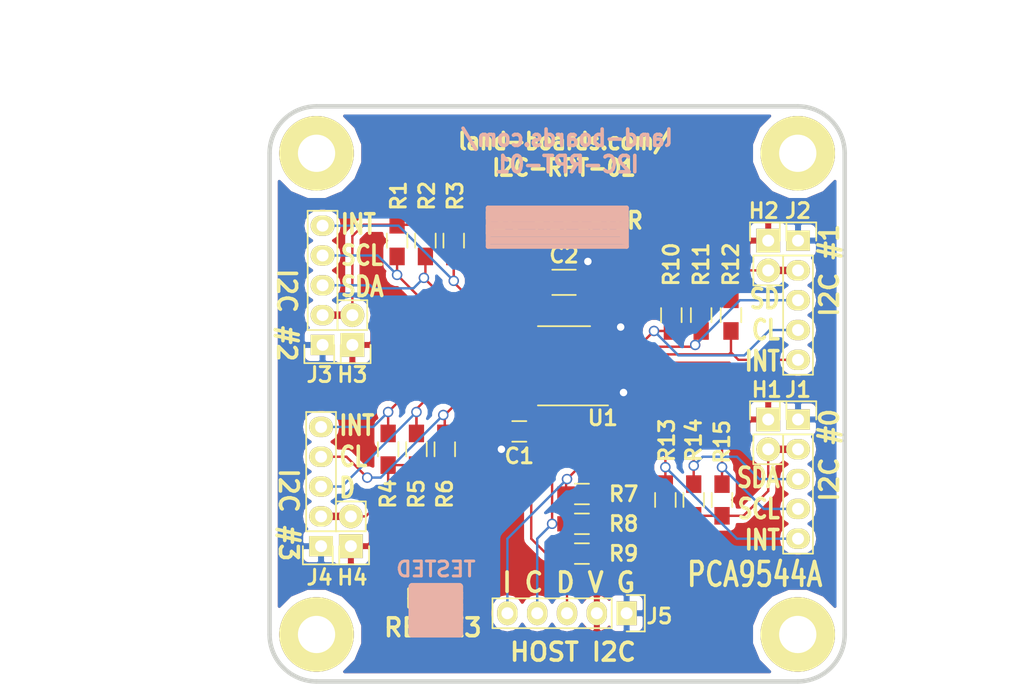
<source format=kicad_pcb>
(kicad_pcb (version 20211014) (generator pcbnew)
  (layers (0 "F.Cu" signal "Front") (31 "B.Cu" signal "Back") (36 "B.SilkS" user "B.Silkscreen") (37 "F.SilkS" user "F.Silkscreen") (38 "B.Mask" user) (39 "F.Mask" user) (44 "Edge.Cuts" user))
  (net 0 "")
  (net 1 "Net-(H1-Pad2)")
  (net 2 "Net-(H2-Pad2)")
  (net 3 "Net-(H3-Pad2)")
  (net 4 "Net-(H4-Pad2)")
  (net 5 "GND")
  (net 6 "/~{IH}")
  (net 7 "/~{I0}")
  (net 8 "/~{I1}")
  (net 9 "/~{I2}")
  (net 10 "/~{I3}")
  (net 11 "/PWR")
  (net 12 "Net-(J5-Pad3)")
  (net 13 "Net-(J5-Pad4)")
  (net 14 "/SDA0")
  (net 15 "/SCK0")
  (net 16 "/SDA1")
  (net 17 "/SCK1")
  (net 18 "/SDA2")
  (net 19 "/SCK2")
  (net 20 "/SDA3")
  (net 21 "/SCK3")
  (footprint "FIDUCIAL" (layer "F.Cu") (at 194.31 125.73)
    (fp_text reference "FID1" hide)
    (fp_text value "ADAFRUIT_FIDUCIAL" hide)
    (pad "1" smd circle locked (at 0 0) (size 1 1) (layers "F.Cu" "F.Mask") (clearance 1))
  )
  (footprint "FIDUCIAL" (layer "F.Cu") (at 165.1 83.312)
    (fp_text reference "FID2" hide)
    (fp_text value "ADAFRUIT_FIDUCIAL" hide)
    (pad "1" smd circle locked (at 0 0) (size 1 1) (layers "F.Cu" "F.Mask") (clearance 1))
  )
  (footprint "Resistors_SMD:R_0805_HandSoldering" (layer "F.Cu") (at 181.61 113.03 180)
    (fp_text reference "R7" (at -3.556 0 180) (layer "F.SilkS") (effects (font (size 1.27 1.27) (thickness 0.254))))
    (fp_text value "3.3K" hide)
    (fp_line (start 0.6 0.875) (end -0.6 0.875) (layer "F.SilkS") (width 0.15))
    (fp_line (start -0.6 -0.875) (end 0.6 -0.875) (layer "F.SilkS") (width 0.15))
    (pad "1" smd rect locked (at -1.35 0 180) (size 1.5 1.3) (layers "F.Cu" "F.Mask") (net 11 "/PWR"))
    (pad "2" smd rect locked (at 1.35 0 180) (size 1.5 1.3) (layers "F.Cu" "F.Mask") (net 6 "/~{IH}"))
  )
  (footprint "Resistors_SMD:R_0805_HandSoldering" (layer "F.Cu") (at 181.61 115.57 180)
    (fp_text reference "R8" (at -3.556 0 180) (layer "F.SilkS") (effects (font (size 1.27 1.27) (thickness 0.254))))
    (fp_text value "3.3K" hide)
    (fp_line (start -0.6 -0.875) (end 0.6 -0.875) (layer "F.SilkS") (width 0.15))
    (fp_line (start 0.6 0.875) (end -0.6 0.875) (layer "F.SilkS") (width 0.15))
    (pad "1" smd rect locked (at -1.35 0 180) (size 1.5 1.3) (layers "F.Cu" "F.Mask") (net 11 "/PWR"))
    (pad "2" smd rect locked (at 1.35 0 180) (size 1.5 1.3) (layers "F.Cu" "F.Mask") (net 13 "Net-(J5-Pad4)"))
  )
  (footprint "Resistors_SMD:R_0805_HandSoldering" (layer "F.Cu") (at 181.61 118.11 180)
    (fp_text reference "R9" (at -3.556 0) (layer "F.SilkS") (effects (font (size 1.27 1.27) (thickness 0.254))))
    (fp_text value "3.3K" hide)
    (fp_line (start 0.6 0.875) (end -0.6 0.875) (layer "F.SilkS") (width 0.15))
    (fp_line (start -0.6 -0.875) (end 0.6 -0.875) (layer "F.SilkS") (width 0.15))
    (pad "1" smd rect locked (at -1.35 0 180) (size 1.5 1.3) (layers "F.Cu" "F.Mask") (net 11 "/PWR"))
    (pad "2" smd rect locked (at 1.35 0 180) (size 1.5 1.3) (layers "F.Cu" "F.Mask") (net 12 "Net-(J5-Pad3)"))
  )
  (footprint "Resistors_SMD:R_0805_HandSoldering" (layer "F.Cu") (at 188.722 113.538 90)
    (fp_text reference "R13" (at 5.08 0.127 90) (layer "F.SilkS") (effects (font (size 1.27 1.27) (thickness 0.254))))
    (fp_text value "3.3K" hide)
    (fp_line (start -0.6 -0.875) (end 0.6 -0.875) (layer "F.SilkS") (width 0.15))
    (fp_line (start 0.6 0.875) (end -0.6 0.875) (layer "F.SilkS") (width 0.15))
    (pad "1" smd rect locked (at -1.35 0 90) (size 1.5 1.3) (layers "F.Cu" "F.Mask") (net 1 "Net-(H1-Pad2)"))
    (pad "2" smd rect locked (at 1.35 0 90) (size 1.5 1.3) (layers "F.Cu" "F.Mask") (net 7 "/~{I0}"))
  )
  (footprint "Resistors_SMD:R_0805_HandSoldering" (layer "F.Cu") (at 194.31 97.79 -90)
    (fp_text reference "R12" (at -4.318 0 -90) (layer "F.SilkS") (effects (font (size 1.27 1.27) (thickness 0.254))))
    (fp_text value "3.3K" hide)
    (fp_line (start -0.6 -0.875) (end 0.6 -0.875) (layer "F.SilkS") (width 0.15))
    (fp_line (start 0.6 0.875) (end -0.6 0.875) (layer "F.SilkS") (width 0.15))
    (pad "1" smd rect locked (at -1.35 0 270) (size 1.5 1.3) (layers "F.Cu" "F.Mask") (net 2 "Net-(H2-Pad2)"))
    (pad "2" smd rect locked (at 1.35 0 270) (size 1.5 1.3) (layers "F.Cu" "F.Mask") (net 8 "/~{I1}"))
  )
  (footprint "Resistors_SMD:R_0805_HandSoldering" (layer "F.Cu") (at 170.688 91.44 -90)
    (fp_text reference "R3" (at -3.81 -0.127 90) (layer "F.SilkS") (effects (font (size 1.27 1.27) (thickness 0.254))))
    (fp_text value "3.3K" hide)
    (fp_line (start -0.6 -0.875) (end 0.6 -0.875) (layer "F.SilkS") (width 0.15))
    (fp_line (start 0.6 0.875) (end -0.6 0.875) (layer "F.SilkS") (width 0.15))
    (pad "1" smd rect locked (at -1.35 0 270) (size 1.5 1.3) (layers "F.Cu" "F.Mask") (net 3 "Net-(H3-Pad2)"))
    (pad "2" smd rect locked (at 1.35 0 270) (size 1.5 1.3) (layers "F.Cu" "F.Mask") (net 9 "/~{I2}"))
  )
  (footprint "Resistors_SMD:R_0805_HandSoldering" (layer "F.Cu") (at 165.1 109.22 90)
    (fp_text reference "R4" (at -3.81 0 90) (layer "F.SilkS") (effects (font (size 1.27 1.27) (thickness 0.254))))
    (fp_text value "3.3K" hide)
    (fp_line (start 0.6 0.875) (end -0.6 0.875) (layer "F.SilkS") (width 0.15))
    (fp_line (start -0.6 -0.875) (end 0.6 -0.875) (layer "F.SilkS") (width 0.15))
    (pad "1" smd rect locked (at -1.35 0 90) (size 1.5 1.3) (layers "F.Cu" "F.Mask") (net 4 "Net-(H4-Pad2)"))
    (pad "2" smd rect locked (at 1.35 0 90) (size 1.5 1.3) (layers "F.Cu" "F.Mask") (net 10 "/~{I3}"))
  )
  (footprint "Resistors_SMD:R_0805_HandSoldering" (layer "F.Cu") (at 193.548 113.538 90)
    (fp_text reference "R15" (at 4.953 0 90) (layer "F.SilkS") (effects (font (size 1.27 1.27) (thickness 0.254))))
    (fp_text value "3.3K" hide)
    (fp_line (start -0.6 -0.875) (end 0.6 -0.875) (layer "F.SilkS") (width 0.15))
    (fp_line (start 0.6 0.875) (end -0.6 0.875) (layer "F.SilkS") (width 0.15))
    (pad "1" smd rect locked (at -1.35 0 90) (size 1.5 1.3) (layers "F.Cu" "F.Mask") (net 1 "Net-(H1-Pad2)"))
    (pad "2" smd rect locked (at 1.35 0 90) (size 1.5 1.3) (layers "F.Cu" "F.Mask") (net 15 "/SCK0"))
  )
  (footprint "Resistors_SMD:R_0805_HandSoldering" (layer "F.Cu") (at 189.23 97.79 -90)
    (fp_text reference "R10" (at -4.318 0 90) (layer "F.SilkS") (effects (font (size 1.27 1.27) (thickness 0.254))))
    (fp_text value "3.3K" hide)
    (fp_line (start -0.6 -0.875) (end 0.6 -0.875) (layer "F.SilkS") (width 0.15))
    (fp_line (start 0.6 0.875) (end -0.6 0.875) (layer "F.SilkS") (width 0.15))
    (pad "1" smd rect locked (at -1.35 0 270) (size 1.5 1.3) (layers "F.Cu" "F.Mask") (net 2 "Net-(H2-Pad2)"))
    (pad "2" smd rect locked (at 1.35 0 270) (size 1.5 1.3) (layers "F.Cu" "F.Mask") (net 17 "/SCK1"))
  )
  (footprint "Resistors_SMD:R_0805_HandSoldering" (layer "F.Cu") (at 165.862 91.44 -90)
    (fp_text reference "R1" (at -3.81 -0.127 -90) (layer "F.SilkS") (effects (font (size 1.27 1.27) (thickness 0.254))))
    (fp_text value "3.3K" hide)
    (fp_line (start 0.6 0.875) (end -0.6 0.875) (layer "F.SilkS") (width 0.15))
    (fp_line (start -0.6 -0.875) (end 0.6 -0.875) (layer "F.SilkS") (width 0.15))
    (pad "1" smd rect locked (at -1.35 0 270) (size 1.5 1.3) (layers "F.Cu" "F.Mask") (net 3 "Net-(H3-Pad2)"))
    (pad "2" smd rect locked (at 1.35 0 270) (size 1.5 1.3) (layers "F.Cu" "F.Mask") (net 19 "/SCK2"))
  )
  (footprint "Resistors_SMD:R_0805_HandSoldering" (layer "F.Cu") (at 169.926 109.22 90)
    (fp_text reference "R6" (at -3.81 0 90) (layer "F.SilkS") (effects (font (size 1.27 1.27) (thickness 0.254))))
    (fp_text value "3.3K" hide)
    (fp_line (start 0.6 0.875) (end -0.6 0.875) (layer "F.SilkS") (width 0.15))
    (fp_line (start -0.6 -0.875) (end 0.6 -0.875) (layer "F.SilkS") (width 0.15))
    (pad "1" smd rect locked (at -1.35 0 90) (size 1.5 1.3) (layers "F.Cu" "F.Mask") (net 4 "Net-(H4-Pad2)"))
    (pad "2" smd rect locked (at 1.35 0 90) (size 1.5 1.3) (layers "F.Cu" "F.Mask") (net 21 "/SCK3"))
  )
  (footprint "Resistors_SMD:R_0805_HandSoldering" (layer "F.Cu") (at 191.135 113.538 90)
    (fp_text reference "R14" (at 5.08 0 270) (layer "F.SilkS") (effects (font (size 1.27 1.27) (thickness 0.254))))
    (fp_text value "3.3K" hide)
    (fp_line (start 0.6 0.875) (end -0.6 0.875) (layer "F.SilkS") (width 0.15))
    (fp_line (start -0.6 -0.875) (end 0.6 -0.875) (layer "F.SilkS") (width 0.15))
    (pad "1" smd rect locked (at -1.35 0 90) (size 1.5 1.3) (layers "F.Cu" "F.Mask") (net 1 "Net-(H1-Pad2)"))
    (pad "2" smd rect locked (at 1.35 0 90) (size 1.5 1.3) (layers "F.Cu" "F.Mask") (net 14 "/SDA0"))
  )
  (footprint "MTG-4-40" (layer "F.Cu") (at 159 84)
    (fp_text reference "MTG1" hide)
    (fp_text value "MTG_HOLE" hide)
    (pad "1" thru_hole circle locked (at 0 0) (size 6.35 6.35) (drill 3.175) (layers *.Cu *.Mask "F.SilkS"))
  )
  (footprint "MTG-4-40" (layer "F.Cu") (at 200 84)
    (fp_text reference "MTG3" hide)
    (fp_text value "MTG_HOLE" hide)
    (pad "1" thru_hole circle locked (at 0 0) (size 6.35 6.35) (drill 3.175) (layers *.Cu *.Mask "F.SilkS"))
  )
  (footprint "MTG-4-40" (layer "F.Cu") (at 159 125)
    (fp_text reference "MTG2" hide)
    (fp_text value "MTG_HOLE" hide)
    (pad "1" thru_hole circle locked (at 0 0) (size 6.35 6.35) (drill 3.175) (layers *.Cu *.Mask "F.SilkS"))
  )
  (footprint "MTG-4-40" (layer "F.Cu") (at 200 125)
    (fp_text reference "MTG4" hide)
    (fp_text value "MTG_HOLE" hide)
    (pad "1" thru_hole circle locked (at 0 0) (size 6.35 6.35) (drill 3.175) (layers *.Cu *.Mask "F.SilkS"))
  )
  (footprint "Pin_Headers:Pin_Header_Straight_1x05" (layer "F.Cu") (at 200.025 106.68)
    (fp_text reference "J1" (at 0 -2.54) (layer "F.SilkS") (effects (font (size 1.27 1.27) (thickness 0.254))))
    (fp_text value "I2CINT-5PIN" hide)
    (fp_line (start 1.27 1.27) (end -1.27 1.27) (layer "F.SilkS") (width 0.15))
    (fp_line (start 1.27 1.27) (end 1.27 11.43) (layer "F.SilkS") (width 0.15))
    (fp_line (start 1.27 11.43) (end -1.27 11.43) (layer "F.SilkS") (width 0.15))
    (fp_line (start -1.55 -1.55) (end 1.55 -1.55) (layer "F.SilkS") (width 0.15))
    (fp_line (start -1.27 11.43) (end -1.27 1.27) (layer "F.SilkS") (width 0.15))
    (fp_line (start 1.55 -1.55) (end 1.55 0) (layer "F.SilkS") (width 0.15))
    (fp_line (start -1.55 0) (end -1.55 -1.55) (layer "F.SilkS") (width 0.15))
    (pad "1" thru_hole rect locked (at 0 0) (size 2.032 1.7272) (drill 1.016) (layers *.Cu *.Mask "F.SilkS") (net 5 "GND"))
    (pad "2" thru_hole oval locked (at 0 2.54) (size 2.032 1.7272) (drill 1.016) (layers *.Cu *.Mask "F.SilkS") (net 1 "Net-(H1-Pad2)"))
    (pad "3" thru_hole oval locked (at 0 5.08) (size 2.032 1.7272) (drill 1.016) (layers *.Cu *.Mask "F.SilkS") (net 14 "/SDA0"))
    (pad "4" thru_hole oval locked (at 0 7.62) (size 2.032 1.7272) (drill 1.016) (layers *.Cu *.Mask "F.SilkS") (net 15 "/SCK0"))
    (pad "5" thru_hole oval locked (at 0 10.16) (size 2.032 1.7272) (drill 1.016) (layers *.Cu *.Mask "F.SilkS") (net 7 "/~{I0}"))
  )
  (footprint "Pin_Headers:Pin_Header_Straight_1x05" (layer "F.Cu") (at 200.025 91.44)
    (fp_text reference "J2" (at 0 -2.54) (layer "F.SilkS") (effects (font (size 1.27 1.27) (thickness 0.254))))
    (fp_text value "I2CINT-5PIN" hide)
    (fp_line (start -1.55 -1.55) (end 1.55 -1.55) (layer "F.SilkS") (width 0.15))
    (fp_line (start -1.55 0) (end -1.55 -1.55) (layer "F.SilkS") (width 0.15))
    (fp_line (start 1.55 -1.55) (end 1.55 0) (layer "F.SilkS") (width 0.15))
    (fp_line (start 1.27 1.27) (end -1.27 1.27) (layer "F.SilkS") (width 0.15))
    (fp_line (start 1.27 1.27) (end 1.27 11.43) (layer "F.SilkS") (width 0.15))
    (fp_line (start -1.27 11.43) (end -1.27 1.27) (layer "F.SilkS") (width 0.15))
    (fp_line (start 1.27 11.43) (end -1.27 11.43) (layer "F.SilkS") (width 0.15))
    (pad "1" thru_hole rect locked (at 0 0) (size 2.032 1.7272) (drill 1.016) (layers *.Cu *.Mask "F.SilkS") (net 5 "GND"))
    (pad "2" thru_hole oval locked (at 0 2.54) (size 2.032 1.7272) (drill 1.016) (layers *.Cu *.Mask "F.SilkS") (net 2 "Net-(H2-Pad2)"))
    (pad "3" thru_hole oval locked (at 0 5.08) (size 2.032 1.7272) (drill 1.016) (layers *.Cu *.Mask "F.SilkS") (net 16 "/SDA1"))
    (pad "4" thru_hole oval locked (at 0 7.62) (size 2.032 1.7272) (drill 1.016) (layers *.Cu *.Mask "F.SilkS") (net 17 "/SCK1"))
    (pad "5" thru_hole oval locked (at 0 10.16) (size 2.032 1.7272) (drill 1.016) (layers *.Cu *.Mask "F.SilkS") (net 8 "/~{I1}"))
  )
  (footprint "Pin_Headers:Pin_Header_Straight_1x05" (layer "F.Cu") (at 159.512 100.33 180)
    (fp_text reference "J3" (at 0.254 -2.54 180) (layer "F.SilkS") (effects (font (size 1.27 1.27) (thickness 0.254))))
    (fp_text value "I2CINT-5PIN" hide)
    (fp_line (start 1.55 -1.55) (end 1.55 0) (layer "F.SilkS") (width 0.15))
    (fp_line (start 1.27 1.27) (end 1.27 11.43) (layer "F.SilkS") (width 0.15))
    (fp_line (start -1.55 0) (end -1.55 -1.55) (layer "F.SilkS") (width 0.15))
    (fp_line (start -1.27 11.43) (end -1.27 1.27) (layer "F.SilkS") (width 0.15))
    (fp_line (start -1.55 -1.55) (end 1.55 -1.55) (layer "F.SilkS") (width 0.15))
    (fp_line (start 1.27 1.27) (end -1.27 1.27) (layer "F.SilkS") (width 0.15))
    (fp_line (start 1.27 11.43) (end -1.27 11.43) (layer "F.SilkS") (width 0.15))
    (pad "1" thru_hole rect locked (at 0 0 180) (size 2.032 1.7272) (drill 1.016) (layers *.Cu *.Mask "F.SilkS") (net 5 "GND"))
    (pad "2" thru_hole oval locked (at 0 2.54 180) (size 2.032 1.7272) (drill 1.016) (layers *.Cu *.Mask "F.SilkS") (net 3 "Net-(H3-Pad2)"))
    (pad "3" thru_hole oval locked (at 0 5.08 180) (size 2.032 1.7272) (drill 1.016) (layers *.Cu *.Mask "F.SilkS") (net 18 "/SDA2"))
    (pad "4" thru_hole oval locked (at 0 7.62 180) (size 2.032 1.7272) (drill 1.016) (layers *.Cu *.Mask "F.SilkS") (net 19 "/SCK2"))
    (pad "5" thru_hole oval locked (at 0 10.16 180) (size 2.032 1.7272) (drill 1.016) (layers *.Cu *.Mask "F.SilkS") (net 9 "/~{I2}"))
  )
  (footprint "Pin_Headers:Pin_Header_Straight_1x05" (layer "F.Cu") (at 159.385 117.475 180)
    (fp_text reference "J4" (at 0.127 -2.667 180) (layer "F.SilkS") (effects (font (size 1.27 1.27) (thickness 0.254))))
    (fp_text value "I2CINT-5PIN" hide)
    (fp_line (start 1.27 11.43) (end -1.27 11.43) (layer "F.SilkS") (width 0.15))
    (fp_line (start -1.55 0) (end -1.55 -1.55) (layer "F.SilkS") (width 0.15))
    (fp_line (start 1.27 1.27) (end 1.27 11.43) (layer "F.SilkS") (width 0.15))
    (fp_line (start 1.55 -1.55) (end 1.55 0) (layer "F.SilkS") (width 0.15))
    (fp_line (start 1.27 1.27) (end -1.27 1.27) (layer "F.SilkS") (width 0.15))
    (fp_line (start -1.27 11.43) (end -1.27 1.27) (layer "F.SilkS") (width 0.15))
    (fp_line (start -1.55 -1.55) (end 1.55 -1.55) (layer "F.SilkS") (width 0.15))
    (pad "1" thru_hole rect locked (at 0 0 180) (size 2.032 1.7272) (drill 1.016) (layers *.Cu *.Mask "F.SilkS") (net 5 "GND"))
    (pad "2" thru_hole oval locked (at 0 2.54 180) (size 2.032 1.7272) (drill 1.016) (layers *.Cu *.Mask "F.SilkS") (net 4 "Net-(H4-Pad2)"))
    (pad "3" thru_hole oval locked (at 0 5.08 180) (size 2.032 1.7272) (drill 1.016) (layers *.Cu *.Mask "F.SilkS") (net 20 "/SDA3"))
    (pad "4" thru_hole oval locked (at 0 7.62 180) (size 2.032 1.7272) (drill 1.016) (layers *.Cu *.Mask "F.SilkS") (net 21 "/SCK3"))
    (pad "5" thru_hole oval locked (at 0 10.16 180) (size 2.032 1.7272) (drill 1.016) (layers *.Cu *.Mask "F.SilkS") (net 10 "/~{I3}"))
  )
  (footprint "Resistors_SMD:R_0805_HandSoldering" (layer "F.Cu") (at 191.77 97.79 -90)
    (fp_text reference "R11" (at -4.318 0 -90) (layer "F.SilkS") (effects (font (size 1.27 1.27) (thickness 0.254))))
    (fp_text value "3.3K" hide)
    (fp_line (start 0.6 0.875) (end -0.6 0.875) (layer "F.SilkS") (width 0.15))
    (fp_line (start -0.6 -0.875) (end 0.6 -0.875) (layer "F.SilkS") (width 0.15))
    (pad "1" smd rect locked (at -1.35 0 270) (size 1.5 1.3) (layers "F.Cu" "F.Mask") (net 2 "Net-(H2-Pad2)"))
    (pad "2" smd rect locked (at 1.35 0 270) (size 1.5 1.3) (layers "F.Cu" "F.Mask") (net 16 "/SDA1"))
  )
  (footprint "Resistors_SMD:R_0805_HandSoldering" (layer "F.Cu") (at 168.275 91.44 -90)
    (fp_text reference "R2" (at -3.81 -0.127 -90) (layer "F.SilkS") (effects (font (size 1.27 1.27) (thickness 0.254))))
    (fp_text value "3.3K" hide)
    (fp_line (start -0.6 -0.875) (end 0.6 -0.875) (layer "F.SilkS") (width 0.15))
    (fp_line (start 0.6 0.875) (end -0.6 0.875) (layer "F.SilkS") (width 0.15))
    (pad "1" smd rect locked (at -1.35 0 270) (size 1.5 1.3) (layers "F.Cu" "F.Mask") (net 3 "Net-(H3-Pad2)"))
    (pad "2" smd rect locked (at 1.35 0 270) (size 1.5 1.3) (layers "F.Cu" "F.Mask") (net 18 "/SDA2"))
  )
  (footprint "Resistors_SMD:R_0805_HandSoldering" (layer "F.Cu") (at 167.513 109.22 90)
    (fp_text reference "R5" (at -3.81 0 90) (layer "F.SilkS") (effects (font (size 1.27 1.27) (thickness 0.254))))
    (fp_text value "3.3K" hide)
    (fp_line (start 0.6 0.875) (end -0.6 0.875) (layer "F.SilkS") (width 0.15))
    (fp_line (start -0.6 -0.875) (end 0.6 -0.875) (layer "F.SilkS") (width 0.15))
    (pad "1" smd rect locked (at -1.35 0 90) (size 1.5 1.3) (layers "F.Cu" "F.Mask") (net 4 "Net-(H4-Pad2)"))
    (pad "2" smd rect locked (at 1.35 0 90) (size 1.5 1.3) (layers "F.Cu" "F.Mask") (net 20 "/SDA3"))
  )
  (footprint "Pin_Headers:Pin_Header_Straight_1x05" (layer "F.Cu") (at 185.42 123.19 -90)
    (fp_text reference "J5" (at 0.254 -2.794) (layer "F.SilkS") (effects (font (size 1.27 1.27) (thickness 0.254))))
    (fp_text value "I2CINT-5PIN" hide)
    (fp_line (start 1.55 -1.55) (end 1.55 0) (layer "F.SilkS") (width 0.15))
    (fp_line (start 1.27 1.27) (end 1.27 11.43) (layer "F.SilkS") (width 0.15))
    (fp_line (start 1.27 1.27) (end -1.27 1.27) (layer "F.SilkS") (width 0.15))
    (fp_line (start -1.27 11.43) (end -1.27 1.27) (layer "F.SilkS") (width 0.15))
    (fp_line (start 1.27 11.43) (end -1.27 11.43) (layer "F.SilkS") (width 0.15))
    (fp_line (start -1.55 -1.55) (end 1.55 -1.55) (layer "F.SilkS") (width 0.15))
    (fp_line (start -1.55 0) (end -1.55 -1.55) (layer "F.SilkS") (width 0.15))
    (pad "1" thru_hole rect locked (at 0 0 270) (size 2.032 1.7272) (drill 1.016) (layers *.Cu *.Mask "F.SilkS") (net 5 "GND"))
    (pad "2" thru_hole oval locked (at 0 2.54 270) (size 2.032 1.7272) (drill 1.016) (layers *.Cu *.Mask "F.SilkS") (net 11 "/PWR"))
    (pad "3" thru_hole oval locked (at 0 5.08 270) (size 2.032 1.7272) (drill 1.016) (layers *.Cu *.Mask "F.SilkS") (net 12 "Net-(J5-Pad3)"))
    (pad "4" thru_hole oval locked (at 0 7.62 270) (size 2.032 1.7272) (drill 1.016) (layers *.Cu *.Mask "F.SilkS") (net 13 "Net-(J5-Pad4)"))
    (pad "5" thru_hole oval locked (at 0 10.16 270) (size 2.032 1.7272) (drill 1.016) (layers *.Cu *.Mask "F.SilkS") (net 6 "/~{IH}"))
  )
  (footprint "DougsNewMods:TEST_BLK-REAR" (layer "F.Cu") (at 169.164 122.936)
    (fp_text reference "TESTED" (at 0 -3.5) (layer "B.SilkS") (effects (font (size 1.27 1.27) (thickness 0.254)) (justify mirror)))
    (fp_text value "VAL**" hide)
    (fp_line (start -2 -2) (end -2 -1.5) (layer "B.SilkS") (width 0.65))
    (fp_line (start -2 0.5) (end 1.5 0.5) (layer "B.SilkS") (width 0.65))
    (fp_line (start -2 1) (end -2 1.5) (layer "B.SilkS") (width 0.65))
    (fp_line (start -2 -2) (end 2 -2) (layer "B.SilkS") (width 0.65))
    (fp_line (start -2 0) (end -2 0.5) (layer "B.SilkS") (width 0.65))
    (fp_line (start 1.5 0.5) (end 2 0.5) (layer "B.SilkS") (width 0.65))
    (fp_line (start -2 -1.5) (end 2 -1.5) (layer "B.SilkS") (width 0.65))
    (fp_line (start 2 -1) (end -2 -1) (layer "B.SilkS") (width 0.65))
    (fp_line (start -2 1.5) (end 2 1.5) (layer "B.SilkS") (width 0.65))
    (fp_line (start 2 1) (end -2 1) (layer "B.SilkS") (width 0.65))
    (fp_line (start 2 2) (end -2 2) (layer "B.SilkS") (width 0.65))
    (fp_line (start 2 -0.5) (end 2 0) (layer "B.SilkS") (width 0.65))
    (fp_line (start 2 0) (end -2 0) (layer "B.SilkS") (width 0.65))
    (fp_line (start 2 -2) (end 2 2) (layer "B.SilkS") (width 0.65))
    (fp_line (start 2 0.5) (end 2 1) (layer "B.SilkS") (width 0.65))
    (fp_line (start -2 -0.5) (end 2 -0.5) (layer "B.SilkS") (width 0.65))
    (fp_line (start -2 -1) (end -2 -0.5) (layer "B.SilkS") (width 0.65))
    (fp_line (start -2 2) (end -2 -2) (layer "B.SilkS") (width 0.65))
    (fp_line (start 2 -1.5) (end 2 -1) (layer "B.SilkS") (width 0.65))
  )
  (footprint "Housings_SSOP:TSSOP-20_4.4x6.5mm_Pitch0.65mm" (layer "F.Cu") (at 180.086 102.108 180)
    (fp_text reference "U1" (at -3.302 -4.445 180) (layer "F.SilkS") (effects (font (size 1.27 1.27) (thickness 0.254))))
    (fp_text value "PCA9544A" hide)
    (fp_line (start -2.225 3.375) (end 2.225 3.375) (layer "F.SilkS") (width 0.15))
    (fp_line (start -3.75 -3.375) (end 2.225 -3.375) (layer "F.SilkS") (width 0.15))
    (pad "1" smd rect locked (at -2.95 -2.925 180) (size 1.45 0.45) (layers "F.Cu" "F.Mask") (net 5 "GND"))
    (pad "2" smd rect locked (at -2.95 -2.275 180) (size 1.45 0.45) (layers "F.Cu" "F.Mask") (net 5 "GND"))
    (pad "3" smd rect locked (at -2.95 -1.625 180) (size 1.45 0.45) (layers "F.Cu" "F.Mask") (net 5 "GND"))
    (pad "4" smd rect locked (at -2.95 -0.975 180) (size 1.45 0.45) (layers "F.Cu" "F.Mask") (net 7 "/~{I0}"))
    (pad "5" smd rect locked (at -2.95 -0.325 180) (size 1.45 0.45) (layers "F.Cu" "F.Mask") (net 14 "/SDA0"))
    (pad "6" smd rect locked (at -2.95 0.325 180) (size 1.45 0.45) (layers "F.Cu" "F.Mask") (net 15 "/SCK0"))
    (pad "7" smd rect locked (at -2.95 0.975 180) (size 1.45 0.45) (layers "F.Cu" "F.Mask") (net 8 "/~{I1}"))
    (pad "8" smd rect locked (at -2.95 1.625 180) (size 1.45 0.45) (layers "F.Cu" "F.Mask") (net 16 "/SDA1"))
    (pad "9" smd rect locked (at -2.95 2.275 180) (size 1.45 0.45) (layers "F.Cu" "F.Mask") (net 17 "/SCK1"))
    (pad "10" smd rect locked (at -2.95 2.925 180) (size 1.45 0.45) (layers "F.Cu" "F.Mask") (net 5 "GND"))
    (pad "11" smd rect locked (at 2.95 2.925 180) (size 1.45 0.45) (layers "F.Cu" "F.Mask") (net 9 "/~{I2}"))
    (pad "12" smd rect locked (at 2.95 2.275 180) (size 1.45 0.45) (layers "F.Cu" "F.Mask") (net 18 "/SDA2"))
    (pad "13" smd rect locked (at 2.95 1.625 180) (size 1.45 0.45) (layers "F.Cu" "F.Mask") (net 19 "/SCK2"))
    (pad "14" smd rect locked (at 2.95 0.975 180) (size 1.45 0.45) (layers "F.Cu" "F.Mask") (net 10 "/~{I3}"))
    (pad "15" smd rect locked (at 2.95 0.325 180) (size 1.45 0.45) (layers "F.Cu" "F.Mask") (net 20 "/SDA3"))
    (pad "16" smd rect locked (at 2.95 -0.325 180) (size 1.45 0.45) (layers "F.Cu" "F.Mask") (net 21 "/SCK3"))
    (pad "17" smd rect locked (at 2.95 -0.975 180) (size 1.45 0.45) (layers "F.Cu" "F.Mask") (net 6 "/~{IH}"))
    (pad "18" smd rect locked (at 2.95 -1.625 180) (size 1.45 0.45) (layers "F.Cu" "F.Mask") (net 13 "Net-(J5-Pad4)"))
    (pad "19" smd rect locked (at 2.95 -2.275 180) (size 1.45 0.45) (layers "F.Cu" "F.Mask") (net 12 "Net-(J5-Pad3)"))
    (pad "20" smd rect locked (at 2.95 -2.925 180) (size 1.45 0.45) (layers "F.Cu" "F.Mask") (net 11 "/PWR"))
  )
  (footprint "Pin_Headers:Pin_Header_Straight_1x02" (layer "F.Cu") (at 197.485 106.68)
    (fp_text reference "H1" (at -0.127 -2.54) (layer "F.SilkS") (effects (font (size 1.27 1.27) (thickness 0.254))))
    (fp_text value "CONN_01X02" hide)
    (fp_line (start -1.55 0) (end -1.55 -1.55) (layer "F.SilkS") (width 0.15))
    (fp_line (start 1.27 1.27) (end 1.27 3.81) (layer "F.SilkS") (width 0.15))
    (fp_line (start -1.55 -1.55) (end 1.55 -1.55) (layer "F.SilkS") (width 0.15))
    (fp_line (start -1.27 1.27) (end -1.27 3.81) (layer "F.SilkS") (width 0.15))
    (fp_line (start 1.55 -1.55) (end 1.55 0) (layer "F.SilkS") (width 0.15))
    (fp_line (start 1.27 1.27) (end -1.27 1.27) (layer "F.SilkS") (width 0.15))
    (fp_line (start -1.27 3.81) (end 1.27 3.81) (layer "F.SilkS") (width 0.15))
    (pad "1" thru_hole rect locked (at 0 0) (size 2.032 2.032) (drill 1.016) (layers *.Cu *.Mask "F.SilkS") (net 11 "/PWR"))
    (pad "2" thru_hole oval locked (at 0 2.54) (size 2.032 2.032) (drill 1.016) (layers *.Cu *.Mask "F.SilkS") (net 1 "Net-(H1-Pad2)"))
  )
  (footprint "Pin_Headers:Pin_Header_Straight_1x02" (layer "F.Cu") (at 197.485 91.44)
    (fp_text reference "H2" (at -0.381 -2.54) (layer "F.SilkS") (effects (font (size 1.27 1.27) (thickness 0.254))))
    (fp_text value "CONN_01X02" hide)
    (fp_line (start -1.27 3.81) (end 1.27 3.81) (layer "F.SilkS") (width 0.15))
    (fp_line (start -1.55 -1.55) (end 1.55 -1.55) (layer "F.SilkS") (width 0.15))
    (fp_line (start -1.55 0) (end -1.55 -1.55) (layer "F.SilkS") (width 0.15))
    (fp_line (start 1.55 -1.55) (end 1.55 0) (layer "F.SilkS") (width 0.15))
    (fp_line (start -1.27 1.27) (end -1.27 3.81) (layer "F.SilkS") (width 0.15))
    (fp_line (start 1.27 1.27) (end 1.27 3.81) (layer "F.SilkS") (width 0.15))
    (fp_line (start 1.27 1.27) (end -1.27 1.27) (layer "F.SilkS") (width 0.15))
    (pad "1" thru_hole rect locked (at 0 0) (size 2.032 2.032) (drill 1.016) (layers *.Cu *.Mask "F.SilkS") (net 11 "/PWR"))
    (pad "2" thru_hole oval locked (at 0 2.54) (size 2.032 2.032) (drill 1.016) (layers *.Cu *.Mask "F.SilkS") (net 2 "Net-(H2-Pad2)"))
  )
  (footprint "Pin_Headers:Pin_Header_Straight_1x02" (layer "F.Cu") (at 162.052 100.33 180)
    (fp_text reference "H3" (at 0 -2.54 180) (layer "F.SilkS") (effects (font (size 1.27 1.27) (thickness 0.254))))
    (fp_text value "CONN_01X02" hide)
    (fp_line (start 1.27 1.27) (end 1.27 3.81) (layer "F.SilkS") (width 0.15))
    (fp_line (start -1.55 0) (end -1.55 -1.55) (layer "F.SilkS") (width 0.15))
    (fp_line (start 1.55 -1.55) (end 1.55 0) (layer "F.SilkS") (width 0.15))
    (fp_line (start -1.27 3.81) (end 1.27 3.81) (layer "F.SilkS") (width 0.15))
    (fp_line (start 1.27 1.27) (end -1.27 1.27) (layer "F.SilkS") (width 0.15))
    (fp_line (start -1.55 -1.55) (end 1.55 -1.55) (layer "F.SilkS") (width 0.15))
    (fp_line (start -1.27 1.27) (end -1.27 3.81) (layer "F.SilkS") (width 0.15))
    (pad "1" thru_hole rect locked (at 0 0 180) (size 2.032 2.032) (drill 1.016) (layers *.Cu *.Mask "F.SilkS") (net 11 "/PWR"))
    (pad "2" thru_hole oval locked (at 0 2.54 180) (size 2.032 2.032) (drill 1.016) (layers *.Cu *.Mask "F.SilkS") (net 3 "Net-(H3-Pad2)"))
  )
  (footprint "Pin_Headers:Pin_Header_Straight_1x02" (layer "F.Cu") (at 161.925 117.475 180)
    (fp_text reference "H4" (at -0.127 -2.667 180) (layer "F.SilkS") (effects (font (size 1.27 1.27) (thickness 0.254))))
    (fp_text value "CONN_01X02" hide)
    (fp_line (start 1.27 1.27) (end 1.27 3.81) (layer "F.SilkS") (width 0.15))
    (fp_line (start -1.27 1.27) (end -1.27 3.81) (layer "F.SilkS") (width 0.15))
    (fp_line (start 1.55 -1.55) (end 1.55 0) (layer "F.SilkS") (width 0.15))
    (fp_line (start -1.55 0) (end -1.55 -1.55) (layer "F.SilkS") (width 0.15))
    (fp_line (start 1.27 1.27) (end -1.27 1.27) (layer "F.SilkS") (width 0.15))
    (fp_line (start -1.27 3.81) (end 1.27 3.81) (layer "F.SilkS") (width 0.15))
    (fp_line (start -1.55 -1.55) (end 1.55 -1.55) (layer "F.SilkS") (width 0.15))
    (pad "1" thru_hole rect locked (at 0 0 180) (size 2.032 2.032) (drill 1.016) (layers *.Cu *.Mask "F.SilkS") (net 11 "/PWR"))
    (pad "2" thru_hole oval locked (at 0 2.54 180) (size 2.032 2.032) (drill 1.016) (layers *.Cu *.Mask "F.SilkS") (net 4 "Net-(H4-Pad2)"))
  )
  (footprint "Resistors_SMD:R_0805_HandSoldering" (layer "F.Cu") (at 176.276 107.696 180)
    (fp_text reference "C1" (at 0 -2.1 180) (layer "F.SilkS") (effects (font (size 1.27 1.27) (thickness 0.254))))
    (fp_text value "0.1uF" hide)
    (fp_line (start -0.6 -0.875) (end 0.6 -0.875) (layer "F.SilkS") (width 0.15))
    (fp_line (start 0.6 0.875) (end -0.6 0.875) (layer "F.SilkS") (width 0.15))
    (pad "1" smd rect locked (at -1.35 0 180) (size 1.5 1.3) (layers "F.Cu" "F.Mask") (net 11 "/PWR"))
    (pad "2" smd rect locked (at 1.35 0 180) (size 1.5 1.3) (layers "F.Cu" "F.Mask") (net 5 "GND"))
  )
  (footprint "Resistors_SMD:R_1206_HandSoldering" (layer "F.Cu") (at 180.086 94.996)
    (fp_text reference "C2" (at 0 -2.3) (layer "F.SilkS") (effects (font (size 1.27 1.27) (thickness 0.254))))
    (fp_text value "0.1uF" hide)
    (fp_line (start 1 1.075) (end -1 1.075) (layer "F.SilkS") (width 0.15))
    (fp_line (start -1 -1.075) (end 1 -1.075) (layer "F.SilkS") (width 0.15))
    (pad "1" smd rect locked (at -2 0) (size 2 1.7) (layers "F.Cu" "F.Mask") (net 11 "/PWR"))
    (pad "2" smd rect locked (at 2 0) (size 2 1.7) (layers "F.Cu" "F.Mask") (net 5 "GND"))
  )
  (footprint "REV_BLOCK" (layer "B.Cu") (at 179.07 90.17)
    (fp_text reference "ST1" hide)
    (fp_text value "CONN_1" hide)
    (fp_line (start 6.223 -0.635) (end -5.334 -0.635) (layer "B.SilkS") (width 0.635))
    (fp_line (start -5.461 1.778) (end -5.461 -1.524) (layer "B.SilkS") (width 0.381))
    (fp_line (start -5.334 1.27) (end 6.096 1.27) (layer "B.SilkS") (width 0.635))
    (fp_line (start -5.334 0.635) (end -5.334 0) (layer "B.SilkS") (width 0.635))
    (fp_line (start 6.35 -1.524) (end 6.35 1.778) (layer "B.SilkS") (width 0.381))
    (fp_line (start -5.334 -0.635) (end -5.334 -1.143) (layer "B.SilkS") (width 0.635))
    (fp_line (start 6.223 0) (end 6.223 -0.635) (layer "B.SilkS") (width 0.635))
    (fp_line (start 6.35 1.778) (end -5.461 1.778) (layer "B.SilkS") (width 0.381))
    (fp_line (start 6.096 0.635) (end -5.334 0.635) (layer "B.SilkS") (width 0.635))
    (fp_line (start 6.096 1.27) (end 6.096 0.635) (layer "B.SilkS") (width 0.635))
    (fp_line (start -5.461 -1.524) (end 6.35 -1.524) (layer "B.SilkS") (width 0.381))
    (fp_line (start -5.334 -1.143) (end 6.096 -1.143) (layer "B.SilkS") (width 0.635))
    (fp_line (start -5.334 0) (end 6.223 0) (layer "B.SilkS") (width 0.635))
  )
  (gr_line (start 204 125) (end 204 84) (layer "Edge.Cuts") (width 0.381))
  (gr_line (start 200 80) (end 159 80) (layer "Edge.Cuts") (width 0.381))
  (gr_arc (start 204 125) (mid 202.828427 127.828427) (end 200 129) (layer "Edge.Cuts") (width 0.381))
  (gr_arc (start 155 84) (mid 156.171573 81.171573) (end 159 80) (layer "Edge.Cuts") (width 0.381))
  (gr_line (start 159 129) (end 200 129) (layer "Edge.Cuts") (width 0.381))
  (gr_arc (start 200 80) (mid 202.828427 81.171573) (end 204 84) (layer "Edge.Cuts") (width 0.381))
  (gr_arc (start 159 129) (mid 156.171573 127.828427) (end 155 125) (layer "Edge.Cuts") (width 0.381))
  (gr_line (start 155 84) (end 155 125) (layer "Edge.Cuts") (width 0.381))
  (gr_text "land-boards.com/\nI2C-RPT-01" (at 180.34 83.82) (layer "B.SilkS") (effects (font (size 1.397 1.27) (thickness 0.3048)) (justify mirror)))
  (gr_text "I2C #2" (at 156.464 97.79 270) (layer "F.SilkS") (effects (font (size 1.524 1.524) (thickness 0.3048))))
  (gr_text "I2C #1" (at 202.692 93.98 90) (layer "F.SilkS") (effects (font (size 1.524 1.524) (thickness 0.3048))))
  (gr_text "I2C #0" (at 202.692 109.728 90) (layer "F.SilkS") (effects (font (size 1.524 1.524) (thickness 0.3048))))
  (gr_text "INT\nSCL\nSDA" (at 160.909 92.71) (layer "F.SilkS") (effects (font (size 1.651 1.27) (thickness 0.3048)) (justify left)))
  (gr_text "INT\nCL\nD" (at 160.782 109.855) (layer "F.SilkS") (effects (font (size 1.651 1.27) (thickness 0.3048)) (justify left)))
  (gr_text "PCA9544A" (at 196.342 119.888) (layer "F.SilkS") (effects (font (size 2.032 1.524) (thickness 0.3048))))
  (gr_text "HOST I2C" (at 180.848 126.492) (layer "F.SilkS") (effects (font (size 1.524 1.524) (thickness 0.3048))))
  (gr_text "PWB\nREV X3" (at 168.91 123.19) (layer "F.SilkS") (effects (font (size 1.524 1.524) (thickness 0.3048))))
  (gr_text "SD\nCL\nINT" (at 198.628 99.06) (layer "F.SilkS") (effects (font (size 1.651 1.27) (thickness 0.3048)) (justify right)))
  (gr_text "I C D V G" (at 180.4924 120.5738) (layer "F.SilkS") (effects (font (size 1.651 1.524) (thickness 0.3048))))
  (gr_text "SDA\nSCL\nINT" (at 198.628 114.3) (layer "F.SilkS") (effects (font (size 1.651 1.27) (thickness 0.3048)) (justify right)))
  (gr_text "land-boards.com/\nI2C-RPT-01\n\nI2C REPEATER" (at 180.086 86.36) (layer "F.SilkS") (effects (font (size 1.397 1.27) (thickness 0.3048))))
  (gr_text "I2C #3" (at 156.6164 114.808 270) (layer "F.SilkS") (effects (font (size 1.524 1.524) (thickness 0.3048))))
  (segment (start 195.373 114.888) (end 197.485 112.776) (width 0.2032) (layer "F.Cu") (net 1))
  (segment (start 197.485 112.776) (end 197.485 109.22) (width 0.2032) (layer "F.Cu") (net 1))
  (segment (start 197.485 109.22) (end 200.025 109.22) (width 0.635) (layer "F.Cu") (net 1))
  (segment (start 197.485 109.22) (end 196.723 109.22) (width 0.2032) (layer "F.Cu") (net 1))
  (segment (start 193.548 114.888) (end 195.373 114.888) (width 0.2032) (layer "F.Cu") (net 1))
  (segment (start 188.722 114.888) (end 191.135 114.888) (width 0.2032) (layer "F.Cu") (net 1))
  (segment (start 193.548 114.888) (end 191.135 114.888) (width 0.2032) (layer "F.Cu") (net 1))
  (segment (start 194.945 93.98) (end 194.31 94.615) (width 0.2032) (layer "F.Cu") (net 2))
  (segment (start 194.31 94.615) (end 194.31 96.44) (width 0.2032) (layer "F.Cu") (net 2))
  (segment (start 189.23 96.44) (end 191.77 96.44) (width 0.2032) (layer "F.Cu") (net 2))
  (segment (start 197.485 93.98) (end 194.945 93.98) (width 0.2032) (layer "F.Cu") (net 2))
  (segment (start 197.485 93.98) (end 200.025 93.98) (width 0.635) (layer "F.Cu") (net 2))
  (segment (start 191.77 96.44) (end 194.31 96.44) (width 0.2032) (layer "F.Cu") (net 2))
  (segment (start 162.052 91.059) (end 163.021 90.09) (width 0.2032) (layer "F.Cu") (net 3))
  (segment (start 163.021 90.09) (end 165.862 90.09) (width 0.2032) (layer "F.Cu") (net 3))
  (segment (start 162.052 97.79) (end 162.052 91.059) (width 0.2032) (layer "F.Cu") (net 3))
  (segment (start 168.275 90.09) (end 170.688 90.09) (width 0.2032) (layer "F.Cu") (net 3))
  (segment (start 165.862 90.09) (end 168.275 90.09) (width 0.2032) (layer "F.Cu") (net 3))
  (segment (start 159.512 97.79) (end 162.052 97.79) (width 0.635) (layer "F.Cu") (net 3))
  (segment (start 163.195 114.935) (end 165.1 113.03) (width 0.2032) (layer "F.Cu") (net 4))
  (segment (start 165.1 113.03) (end 165.1 110.57) (width 0.2032) (layer "F.Cu") (net 4))
  (segment (start 161.925 114.935) (end 163.195 114.935) (width 0.2032) (layer "F.Cu") (net 4))
  (segment (start 167.513 110.57) (end 169.926 110.57) (width 0.2032) (layer "F.Cu") (net 4))
  (segment (start 165.1 110.57) (end 167.513 110.57) (width 0.2032) (layer "F.Cu") (net 4))
  (segment (start 159.385 114.935) (end 161.925 114.935) (width 0.635) (layer "F.Cu") (net 4))
  (segment (start 184.781 105.033) (end 185.166 104.648) (width 0.2032) (layer "F.Cu") (net 5))
  (segment (start 185.166 104.394) (end 185.155 104.383) (width 0.2032) (layer "F.Cu") (net 5))
  (segment (start 185.155 104.383) (end 183.036 104.383) (width 0.2032) (layer "F.Cu") (net 5))
  (segment (start 184.811 103.733) (end 185.155 104.077) (width 0.2032) (layer "F.Cu") (net 5))
  (segment (start 185.155 104.077) (end 185.155 104.383) (width 0.2032) (layer "F.Cu") (net 5))
  (segment (start 185.166 104.394) (end 185.155 104.383) (width 0.2032) (layer "F.Cu") (net 5))
  (segment (start 184.535 99.183) (end 184.912 98.806) (width 0.2032) (layer "F.Cu") (net 5))
  (segment (start 174.926 109.046) (end 174.752 109.22) (width 0.2032) (layer "F.Cu") (net 5))
  (segment (start 182.086 93.25) (end 182.118 93.218) (width 0.2032) (layer "F.Cu") (net 5))
  (segment (start 183.036 105.033) (end 184.781 105.033) (width 0.2032) (layer "F.Cu") (net 5))
  (segment (start 183.036 103.733) (end 184.811 103.733) (width 0.2032) (layer "F.Cu") (net 5))
  (segment (start 185.166 104.648) (end 185.166 104.394) (width 0.2032) (layer "F.Cu") (net 5))
  (segment (start 182.086 94.996) (end 182.086 93.25) (width 0.2032) (layer "F.Cu") (net 5))
  (segment (start 174.926 107.696) (end 174.926 109.046) (width 0.2032) (layer "F.Cu") (net 5))
  (segment (start 183.036 99.183) (end 184.535 99.183) (width 0.2032) (layer "F.Cu") (net 5))
  (via (at 184.912 98.806) (size 0.889) (drill 0.635) (layers "F.Cu" "B.Cu") (net 5))
  (via (at 182.118 93.218) (size 0.889) (drill 0.635) (layers "F.Cu" "B.Cu") (net 5))
  (via (at 174.752 109.22) (size 0.889) (drill 0.635) (layers "F.Cu" "B.Cu") (net 5))
  (via (at 185.155 104.383) (size 0.889) (drill 0.635) (layers "F.Cu" "B.Cu") (net 5))
  (segment (start 185.155 104.383) (end 185.166 104.394) (width 0.2032) (layer "B.Cu") (net 5))
  (segment (start 180.34 111.76) (end 180.26 111.76) (width 0.2032) (layer "F.Cu") (net 6))
  (segment (start 180.807 103.083) (end 181.61 103.886) (width 0.2032) (layer "F.Cu") (net 6))
  (segment (start 181.61 103.886) (end 181.61 110.49) (width 0.2032) (layer "F.Cu") (net 6))
  (segment (start 181.61 110.49) (end 180.34 111.76) (width 0.2032) (layer "F.Cu") (net 6))
  (segment (start 180.26 113.03) (end 180.26 111.76) (width 0.2032) (layer "F.Cu") (net 6))
  (segment (start 177.136 103.083) (end 180.807 103.083) (width 0.2032) (layer "F.Cu") (net 6))
  (via (at 180.34 111.76) (size 0.889) (drill 0.635) (layers "F.Cu" "B.Cu") (net 6))
  (segment (start 175.26 116.84) (end 180.34 111.76) (width 0.2032) (layer "B.Cu") (net 6))
  (segment (start 175.26 123.19) (end 175.26 116.84) (width 0.2032) (layer "B.Cu") (net 6))
  (segment (start 185.76 103.083) (end 188.722 106.045) (width 0.2032) (layer "F.Cu") (net 7))
  (segment (start 188.722 106.045) (end 188.722 110.744) (width 0.2032) (layer "F.Cu") (net 7))
  (segment (start 188.722 110.744) (end 188.722 112.188) (width 0.2032) (layer "F.Cu") (net 7))
  (segment (start 183.036 103.083) (end 185.76 103.083) (width 0.2032) (layer "F.Cu") (net 7))
  (via (at 188.722 110.744) (size 0.889) (drill 0.635) (layers "F.Cu" "B.Cu") (net 7))
  (segment (start 194.818 116.84) (end 188.722 110.744) (width 0.2032) (layer "B.Cu") (net 7))
  (segment (start 200.025 116.84) (end 194.818 116.84) (width 0.2032) (layer "B.Cu") (net 7))
  (segment (start 194.31 100.965) (end 194.31 99.14) (width 0.2032) (layer "F.Cu") (net 8))
  (segment (start 194.945 101.6) (end 194.31 100.965) (width 0.2032) (layer "F.Cu") (net 8))
  (segment (start 194.142 101.133) (end 194.31 100.965) (width 0.2032) (layer "F.Cu") (net 8))
  (segment (start 200.025 101.6) (end 194.945 101.6) (width 0.2032) (layer "F.Cu") (net 8))
  (segment (start 183.036 101.133) (end 194.142 101.133) (width 0.2032) (layer "F.Cu") (net 8))
  (segment (start 174.875 99.183) (end 170.688 94.996) (width 0.2032) (layer "F.Cu") (net 9))
  (segment (start 170.688 94.996) (end 170.688 92.79) (width 0.2032) (layer "F.Cu") (net 9))
  (segment (start 177.136 99.183) (end 174.875 99.183) (width 0.2032) (layer "F.Cu") (net 9))
  (segment (start 170.688 92.79) (end 170.688 94.869) (width 0.2032) (layer "F.Cu") (net 9))
  (via (at 170.688 94.869) (size 0.889) (drill 0.635) (layers "F.Cu" "B.Cu") (net 9))
  (segment (start 170.688 94.869) (end 165.989 90.17) (width 0.2032) (layer "B.Cu") (net 9))
  (segment (start 165.989 90.17) (end 159.512 90.17) (width 0.2032) (layer "B.Cu") (net 9))
  (segment (start 165.1 106.045) (end 165.1 107.87) (width 0.2032) (layer "F.Cu") (net 10))
  (segment (start 170.012 101.133) (end 165.1 106.045) (width 0.2032) (layer "F.Cu") (net 10))
  (segment (start 177.136 101.133) (end 170.012 101.133) (width 0.2032) (layer "F.Cu") (net 10))
  (via (at 165.1 106.045) (size 0.889) (drill 0.635) (layers "F.Cu" "B.Cu") (net 10))
  (segment (start 163.83 107.315) (end 165.1 106.045) (width 0.2032) (layer "B.Cu") (net 10))
  (segment (start 159.385 107.315) (end 163.83 107.315) (width 0.2032) (layer "B.Cu") (net 10))
  (segment (start 182.88 118.19) (end 182.96 118.11) (width 0.2032) (layer "F.Cu") (net 11))
  (segment (start 175.899 105.033) (end 175.768 104.902) (width 0.2032) (layer "F.Cu") (net 11))
  (segment (start 178.439 105.033) (end 178.562 105.156) (width 0.2032) (layer "F.Cu") (net 11))
  (segment (start 177.136 105.033) (end 175.899 105.033) (width 0.2032) (layer "F.Cu") (net 11))
  (segment (start 182.88 123.19) (end 182.88 118.19) (width 0.2032) (layer "F.Cu") (net 11))
  (segment (start 177.136 105.033) (end 178.439 105.033) (width 0.2032) (layer "F.Cu") (net 11))
  (segment (start 182.96 115.57) (end 182.96 113.03) (width 0.2032) (layer "F.Cu") (net 11))
  (segment (start 182.96 118.11) (end 182.96 115.57) (width 0.2032) (layer "F.Cu") (net 11))
  (segment (start 180.34 118.19) (end 180.26 118.11) (width 0.2032) (layer "F.Cu") (net 12))
  (segment (start 177.292 116.84) (end 178.562 118.11) (width 0.2032) (layer "F.Cu") (net 12))
  (segment (start 178.562 118.11) (end 180.26 118.11) (width 0.2032) (layer "F.Cu") (net 12))
  (segment (start 180.329 104.383) (end 180.644798 104.698798) (width 0.2032) (layer "F.Cu") (net 12))
  (segment (start 180.644798 104.698798) (end 180.644798 108.661202) (width 0.2032) (layer "F.Cu") (net 12))
  (segment (start 180.644798 108.661202) (end 177.292 112.014) (width 0.2032) (layer "F.Cu") (net 12))
  (segment (start 177.292 112.014) (end 177.292 116.84) (width 0.2032) (layer "F.Cu") (net 12))
  (segment (start 180.34 123.19) (end 180.34 118.19) (width 0.2032) (layer "F.Cu") (net 12))
  (segment (start 177.136 104.383) (end 180.329 104.383) (width 0.2032) (layer "F.Cu") (net 12))
  (segment (start 180.695 103.733) (end 181.102 104.14) (width 0.2032) (layer "F.Cu") (net 13))
  (segment (start 181.102 104.14) (end 181.102 109.22) (width 0.2032) (layer "F.Cu") (net 13))
  (segment (start 181.102 109.22) (end 179.07 111.252) (width 0.2032) (layer "F.Cu") (net 13))
  (segment (start 177.136 103.733) (end 180.695 103.733) (width 0.2032) (layer "F.Cu") (net 13))
  (segment (start 179.07 115.57) (end 179.07 111.252) (width 0.2032) (layer "F.Cu") (net 13))
  (segment (start 180.26 115.57) (end 179.07 115.57) (width 0.2032) (layer "F.Cu") (net 13))
  (via (at 179.07 115.57) (size 0.889) (drill 0.635) (layers "F.Cu" "B.Cu") (net 13))
  (segment (start 177.8 116.84) (end 179.07 115.57) (width 0.2032) (layer "B.Cu") (net 13))
  (segment (start 177.8 123.19) (end 177.8 116.84) (width 0.2032) (layer "B.Cu") (net 13))
  (segment (start 186.507 102.433) (end 191.135 107.061) (width 0.2032) (layer "F.Cu") (net 14))
  (segment (start 191.135 107.061) (end 191.135 110.617) (width 0.2032) (layer "F.Cu") (net 14))
  (segment (start 191.135 110.617) (end 191.135 112.188) (width 0.2032) (layer "F.Cu") (net 14))
  (segment (start 183.036 102.433) (end 186.507 102.433) (width 0.2032) (layer "F.Cu") (net 14))
  (via (at 191.135 110.617) (size 0.889) (drill 0.635) (layers "F.Cu" "B.Cu") (net 14))
  (segment (start 196.723 111.76) (end 194.818 109.855) (width 0.2032) (layer "B.Cu") (net 14))
  (segment (start 194.818 109.855) (end 191.897 109.855) (width 0.2032) (layer "B.Cu") (net 14))
  (segment (start 191.897 109.855) (end 191.135 110.617) (width 0.2032) (layer "B.Cu") (net 14))
  (segment (start 200.025 111.76) (end 196.723 111.76) (width 0.2032) (layer "B.Cu") (net 14))
  (segment (start 187.889 101.783) (end 193.548 107.442) (width 0.2032) (layer "F.Cu") (net 15))
  (segment (start 193.548 107.442) (end 193.548 110.744) (width 0.2032) (layer "F.Cu") (net 15))
  (segment (start 193.548 110.744) (end 193.548 112.188) (width 0.2032) (layer "F.Cu") (net 15))
  (segment (start 183.036 101.783) (end 187.889 101.783) (width 0.2032) (layer "F.Cu") (net 15))
  (via (at 193.548 110.744) (size 0.889) (drill 0.635) (layers "F.Cu" "B.Cu") (net 15))
  (segment (start 197.104 114.3) (end 193.548 110.744) (width 0.2032) (layer "B.Cu") (net 15))
  (segment (start 200.025 114.3) (end 197.104 114.3) (width 0.2032) (layer "B.Cu") (net 15))
  (segment (start 191.109 100.483) (end 191.77 99.822) (width 0.2032) (layer "F.Cu") (net 16))
  (segment (start 191.77 99.822) (end 191.262 100.33) (width 0.2032) (layer "F.Cu") (net 16))
  (segment (start 191.77 99.14) (end 191.77 99.822) (width 0.2032) (layer "F.Cu") (net 16))
  (segment (start 183.036 100.483) (end 191.109 100.483) (width 0.2032) (layer "F.Cu") (net 16))
  (via (at 191.262 100.33) (size 0.889) (drill 0.635) (layers "F.Cu" "B.Cu") (net 16))
  (segment (start 191.262 100.33) (end 195.072 96.52) (width 0.2032) (layer "B.Cu") (net 16))
  (segment (start 195.072 96.52) (end 200.025 96.52) (width 0.2032) (layer "B.Cu") (net 16))
  (segment (start 187.06 99.833) (end 187.753 99.14) (width 0.2032) (layer "F.Cu") (net 17))
  (segment (start 189.23 99.14) (end 187.753 99.14) (width 0.2032) (layer "F.Cu") (net 17))
  (segment (start 183.036 99.833) (end 187.06 99.833) (width 0.2032) (layer "F.Cu") (net 17))
  (via (at 187.753 99.14) (size 0.889) (drill 0.635) (layers "F.Cu" "B.Cu") (net 17))
  (segment (start 187.753 99.14) (end 189.832 101.219) (width 0.2032) (layer "B.Cu") (net 17))
  (segment (start 189.832 101.219) (end 195.453 101.219) (width 0.2032) (layer "B.Cu") (net 17))
  (segment (start 195.453 101.219) (end 197.612 99.06) (width 0.2032) (layer "B.Cu") (net 17))
  (segment (start 197.612 99.06) (end 200.025 99.06) (width 0.2032) (layer "B.Cu") (net 17))
  (segment (start 168.148 94.615) (end 168.275 94.488) (width 0.2032) (layer "F.Cu") (net 18))
  (segment (start 168.275 94.488) (end 168.275 92.79) (width 0.2032) (layer "F.Cu") (net 18))
  (segment (start 173.366 99.833) (end 168.148 94.615) (width 0.2032) (layer "F.Cu") (net 18))
  (segment (start 177.136 99.833) (end 173.366 99.833) (width 0.2032) (layer "F.Cu") (net 18))
  (via (at 168.148 94.615) (size 0.889) (drill 0.635) (layers "F.Cu" "B.Cu") (net 18))
  (segment (start 163.576 95.25) (end 163.83 95.504) (width 0.2032) (layer "B.Cu") (net 18))
  (segment (start 163.83 95.504) (end 167.259 95.504) (width 0.2032) (layer "B.Cu") (net 18))
  (segment (start 167.259 95.504) (end 168.148 94.615) (width 0.2032) (layer "B.Cu") (net 18))
  (segment (start 159.512 95.25) (end 163.576 95.25) (width 0.2032) (layer "B.Cu") (net 18))
  (segment (start 165.782 92.71) (end 165.862 92.79) (width 0.2032) (layer "F.Cu") (net 19))
  (segment (start 165.862 94.361) (end 165.862 92.79) (width 0.2032) (layer "F.Cu") (net 19))
  (segment (start 171.984 100.483) (end 165.862 94.361) (width 0.2032) (layer "F.Cu") (net 19))
  (segment (start 177.136 100.483) (end 171.984 100.483) (width 0.2032) (layer "F.Cu") (net 19))
  (via (at 165.862 94.361) (size 0.889) (drill 0.635) (layers "F.Cu" "B.Cu") (net 19))
  (segment (start 164.211 92.71) (end 165.862 94.361) (width 0.2032) (layer "B.Cu") (net 19))
  (segment (start 159.512 92.71) (end 164.211 92.71) (width 0.2032) (layer "B.Cu") (net 19))
  (segment (start 171.521 101.783) (end 167.513 105.791) (width 0.2032) (layer "F.Cu") (net 20))
  (segment (start 167.513 105.791) (end 167.513 107.87) (width 0.2032) (layer "F.Cu") (net 20))
  (segment (start 167.513 107.87) (end 167.513 106.045) (width 0.2032) (layer "F.Cu") (net 20))
  (segment (start 177.136 101.783) (end 171.521 101.783) (width 0.2032) (layer "F.Cu") (net 20))
  (via (at 167.513 106.045) (size 0.889) (drill 0.635) (layers "F.Cu" "B.Cu") (net 20))
  (segment (start 167.513 106.045) (end 161.163 112.395) (width 0.2032) (layer "B.Cu") (net 20))
  (segment (start 161.163 112.395) (end 159.385 112.395) (width 0.2032) (layer "B.Cu") (net 20))
  (segment (start 173.792 102.433) (end 169.926 106.299) (width 0.2032) (layer "F.Cu") (net 21))
  (segment (start 169.926 106.299) (end 169.926 107.87) (width 0.2032) (layer "F.Cu") (net 21))
  (segment (start 169.926 106.426) (end 169.799 106.299) (width 0.2032) (layer "F.Cu") (net 21))
  (segment (start 163.322 111.633) (end 161.544 109.855) (width 0.2032) (layer "F.Cu") (net 21))
  (segment (start 161.544 109.855) (end 159.385 109.855) (width 0.2032) (layer "F.Cu") (net 21))
  (segment (start 177.136 102.433) (end 173.792 102.433) (width 0.2032) (layer "F.Cu") (net 21))
  (segment (start 169.926 107.87) (end 169.926 106.426) (width 0.2032) (layer "F.Cu") (net 21))
  (via (at 169.799 106.299) (size 0.889) (drill 0.635) (layers "F.Cu" "B.Cu") (net 21))
  (via (at 163.322 111.633) (size 0.889) (drill 0.635) (layers "F.Cu" "B.Cu") (net 21))
  (segment (start 169.799 106.299) (end 164.465 111.633) (width 0.2032) (layer "B.Cu") (net 21))
  (segment (start 164.465 111.633) (end 163.322 111.633) (width 0.2032) (layer "B.Cu") (net 21))
  (zone (net 11) (net_name "/PWR") (layer "F.Cu") (connect_pads (clearance 0.508)) (min_thickness 0.254) (fill yes (thermal_gap 0.508) (thermal_bridge_width 0.508))
    (polygon (pts (xy 158.75 80.01) (xy 198.755 80.01) (xy 203.835 84.455) (xy 203.835 124.46) (xy 199.39 128.905) (xy 158.75 128.905) (xy 154.94 125.095) (xy 154.94 84.455)))
  )
  (zone (net 5) (net_name "GND") (layer "B.Cu") (connect_pads (clearance 0.508)) (min_thickness 0.254) (fill yes (thermal_gap 0.508) (thermal_bridge_width 0.508))
    (polygon (pts (xy 158.75 80.01) (xy 199.39 80.01) (xy 203.835 84.455) (xy 203.835 124.46) (xy 199.39 128.905) (xy 158.75 128.905) (xy 154.94 125.095) (xy 154.94 84.455)))
  )
)
</source>
